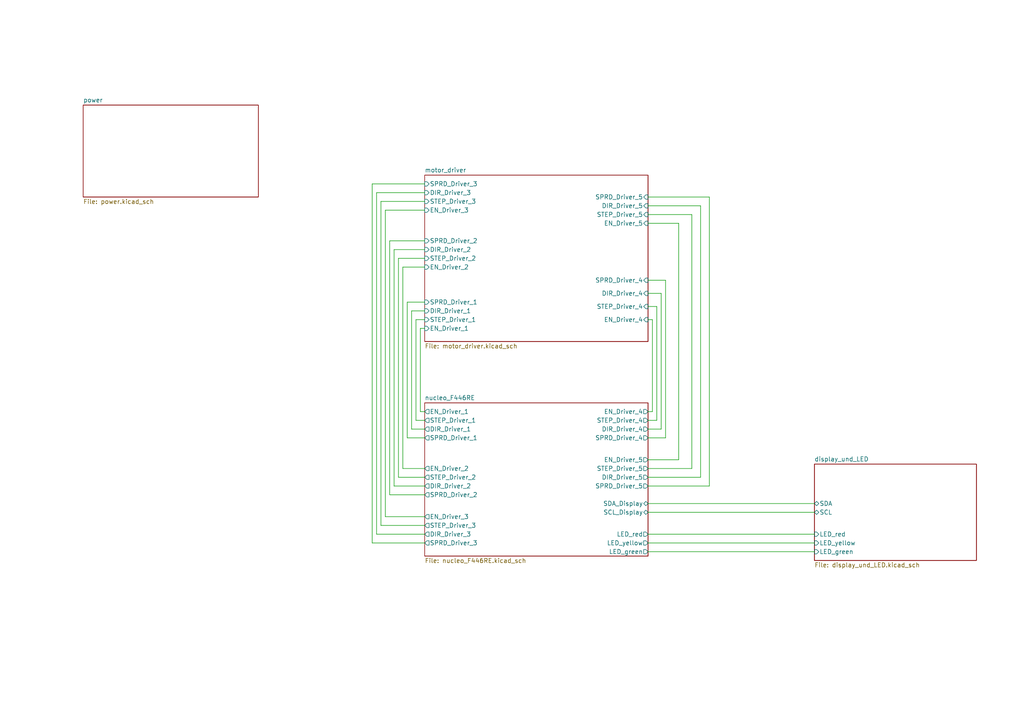
<source format=kicad_sch>
(kicad_sch
	(version 20231120)
	(generator "eeschema")
	(generator_version "8.0")
	(uuid "31618bf0-c6bb-4f16-b4ba-39e4a4d14852")
	(paper "A4")
	(lib_symbols)
	(wire
		(pts
			(xy 187.96 154.94) (xy 236.22 154.94)
		)
		(stroke
			(width 0)
			(type default)
		)
		(uuid "03e578db-391e-4526-ad86-4d890d63b479")
	)
	(wire
		(pts
			(xy 110.49 152.4) (xy 110.49 58.42)
		)
		(stroke
			(width 0)
			(type default)
		)
		(uuid "0b184f59-4f28-4a1e-b9cd-79fca35bb50e")
	)
	(wire
		(pts
			(xy 121.92 119.38) (xy 123.19 119.38)
		)
		(stroke
			(width 0)
			(type default)
		)
		(uuid "12e286ff-76a8-4db9-8b5b-d35f53d2d504")
	)
	(wire
		(pts
			(xy 187.96 64.77) (xy 196.85 64.77)
		)
		(stroke
			(width 0)
			(type default)
		)
		(uuid "1521c86f-246d-4782-8589-ad98061b98f9")
	)
	(wire
		(pts
			(xy 119.38 124.46) (xy 123.19 124.46)
		)
		(stroke
			(width 0)
			(type default)
		)
		(uuid "1cf07d91-c353-46f7-9886-1ba5a1876121")
	)
	(wire
		(pts
			(xy 190.5 121.92) (xy 190.5 88.9)
		)
		(stroke
			(width 0)
			(type default)
		)
		(uuid "1d616a80-99be-43d7-93e3-b08085a2feb1")
	)
	(wire
		(pts
			(xy 118.11 87.63) (xy 123.19 87.63)
		)
		(stroke
			(width 0)
			(type default)
		)
		(uuid "2aaf3304-9a49-4759-8d8a-fbd4e3f01032")
	)
	(wire
		(pts
			(xy 187.96 146.05) (xy 236.22 146.05)
		)
		(stroke
			(width 0)
			(type default)
		)
		(uuid "31d83e64-512b-4a8a-8b63-488238dc5232")
	)
	(wire
		(pts
			(xy 111.76 149.86) (xy 123.19 149.86)
		)
		(stroke
			(width 0)
			(type default)
		)
		(uuid "339d3aa9-e5b8-4e6b-ab6f-dfc8e73d0423")
	)
	(wire
		(pts
			(xy 107.95 53.34) (xy 123.19 53.34)
		)
		(stroke
			(width 0)
			(type default)
		)
		(uuid "346c2b29-0afa-4c3c-933d-82abb086a0af")
	)
	(wire
		(pts
			(xy 203.2 59.69) (xy 203.2 138.43)
		)
		(stroke
			(width 0)
			(type default)
		)
		(uuid "399fed9d-a2a8-49aa-b553-44f4546e6546")
	)
	(wire
		(pts
			(xy 120.65 92.71) (xy 120.65 121.92)
		)
		(stroke
			(width 0)
			(type default)
		)
		(uuid "3e08b6e4-39e3-423d-8a56-dd84d55d59aa")
	)
	(wire
		(pts
			(xy 187.96 140.97) (xy 205.74 140.97)
		)
		(stroke
			(width 0)
			(type default)
		)
		(uuid "4199f3b5-8295-4ff7-bdee-a2752765fe60")
	)
	(wire
		(pts
			(xy 123.19 95.25) (xy 121.92 95.25)
		)
		(stroke
			(width 0)
			(type default)
		)
		(uuid "463d077b-9d9c-4922-b6af-e1fccdd94ebc")
	)
	(wire
		(pts
			(xy 191.77 85.09) (xy 191.77 124.46)
		)
		(stroke
			(width 0)
			(type default)
		)
		(uuid "46456137-67b4-464a-be95-bc221633597c")
	)
	(wire
		(pts
			(xy 187.96 85.09) (xy 191.77 85.09)
		)
		(stroke
			(width 0)
			(type default)
		)
		(uuid "4648c917-46ba-4736-a64b-86d2898f1e59")
	)
	(wire
		(pts
			(xy 123.19 90.17) (xy 119.38 90.17)
		)
		(stroke
			(width 0)
			(type default)
		)
		(uuid "47f9982e-dd7c-4ba1-bb53-11983e94b3f0")
	)
	(wire
		(pts
			(xy 205.74 57.15) (xy 187.96 57.15)
		)
		(stroke
			(width 0)
			(type default)
		)
		(uuid "4919474d-cfd4-461b-ade5-66768f0f55f2")
	)
	(wire
		(pts
			(xy 109.22 154.94) (xy 109.22 55.88)
		)
		(stroke
			(width 0)
			(type default)
		)
		(uuid "5171268e-1b83-4899-804c-06af17425783")
	)
	(wire
		(pts
			(xy 187.96 62.23) (xy 200.66 62.23)
		)
		(stroke
			(width 0)
			(type default)
		)
		(uuid "51db6dd9-39d4-474f-b2c6-c0a5f476e540")
	)
	(wire
		(pts
			(xy 123.19 72.39) (xy 114.3 72.39)
		)
		(stroke
			(width 0)
			(type default)
		)
		(uuid "537cafa9-57a1-44e3-8554-ea6827f95725")
	)
	(wire
		(pts
			(xy 109.22 55.88) (xy 123.19 55.88)
		)
		(stroke
			(width 0)
			(type default)
		)
		(uuid "54628692-ed29-4021-9d3b-42bc12a053d5")
	)
	(wire
		(pts
			(xy 200.66 135.89) (xy 200.66 62.23)
		)
		(stroke
			(width 0)
			(type default)
		)
		(uuid "5607fa01-2f93-4848-957c-959bb5f25d08")
	)
	(wire
		(pts
			(xy 116.84 135.89) (xy 123.19 135.89)
		)
		(stroke
			(width 0)
			(type default)
		)
		(uuid "565588bb-40d8-4d82-847f-b8be2a4bad87")
	)
	(wire
		(pts
			(xy 187.96 148.59) (xy 236.22 148.59)
		)
		(stroke
			(width 0)
			(type default)
		)
		(uuid "57fb8d97-5c66-4416-8ef2-6d01ebfec58a")
	)
	(wire
		(pts
			(xy 118.11 127) (xy 118.11 87.63)
		)
		(stroke
			(width 0)
			(type default)
		)
		(uuid "5c816dcc-3a90-4388-9757-44305b62fab7")
	)
	(wire
		(pts
			(xy 114.3 140.97) (xy 123.19 140.97)
		)
		(stroke
			(width 0)
			(type default)
		)
		(uuid "667bb8f7-3a4a-479c-893f-a38c1c40fe43")
	)
	(wire
		(pts
			(xy 123.19 60.96) (xy 111.76 60.96)
		)
		(stroke
			(width 0)
			(type default)
		)
		(uuid "69e5e2c4-9879-4d71-a1e9-84f31a12398a")
	)
	(wire
		(pts
			(xy 193.04 81.28) (xy 187.96 81.28)
		)
		(stroke
			(width 0)
			(type default)
		)
		(uuid "6f579e36-d483-43f7-a5a6-dd2ea0363027")
	)
	(wire
		(pts
			(xy 110.49 58.42) (xy 123.19 58.42)
		)
		(stroke
			(width 0)
			(type default)
		)
		(uuid "70b739af-39e9-4b1d-922d-a660f0c2ef9f")
	)
	(wire
		(pts
			(xy 193.04 127) (xy 193.04 81.28)
		)
		(stroke
			(width 0)
			(type default)
		)
		(uuid "727e9c09-34bb-4be7-aaad-9c6542d712db")
	)
	(wire
		(pts
			(xy 123.19 157.48) (xy 107.95 157.48)
		)
		(stroke
			(width 0)
			(type default)
		)
		(uuid "7d931ba8-90ec-4b53-bf54-f00384063fe4")
	)
	(wire
		(pts
			(xy 187.96 92.71) (xy 189.23 92.71)
		)
		(stroke
			(width 0)
			(type default)
		)
		(uuid "829ce4bc-38cb-4ee2-b1c8-afe7442f6c19")
	)
	(wire
		(pts
			(xy 120.65 121.92) (xy 123.19 121.92)
		)
		(stroke
			(width 0)
			(type default)
		)
		(uuid "8918734e-09c8-49b2-aac5-f395c7d90c84")
	)
	(wire
		(pts
			(xy 107.95 157.48) (xy 107.95 53.34)
		)
		(stroke
			(width 0)
			(type default)
		)
		(uuid "8e84b4d3-00a0-4936-8240-41510d945c69")
	)
	(wire
		(pts
			(xy 116.84 77.47) (xy 116.84 135.89)
		)
		(stroke
			(width 0)
			(type default)
		)
		(uuid "94eb60b7-e09f-4a8b-88c5-99da6f218e50")
	)
	(wire
		(pts
			(xy 191.77 124.46) (xy 187.96 124.46)
		)
		(stroke
			(width 0)
			(type default)
		)
		(uuid "9d002632-42b6-40e3-aaa0-b6d1a652226a")
	)
	(wire
		(pts
			(xy 123.19 77.47) (xy 116.84 77.47)
		)
		(stroke
			(width 0)
			(type default)
		)
		(uuid "a13609cf-a965-4307-b654-e0ccb4efe9b0")
	)
	(wire
		(pts
			(xy 123.19 138.43) (xy 115.57 138.43)
		)
		(stroke
			(width 0)
			(type default)
		)
		(uuid "a504de53-2a64-4a8f-a0c6-02fc85d07c95")
	)
	(wire
		(pts
			(xy 196.85 64.77) (xy 196.85 133.35)
		)
		(stroke
			(width 0)
			(type default)
		)
		(uuid "b4886819-010e-411b-8150-10b67b559a0a")
	)
	(wire
		(pts
			(xy 190.5 88.9) (xy 187.96 88.9)
		)
		(stroke
			(width 0)
			(type default)
		)
		(uuid "b5b95df0-5623-4bb4-aec8-038381342fb5")
	)
	(wire
		(pts
			(xy 114.3 72.39) (xy 114.3 140.97)
		)
		(stroke
			(width 0)
			(type default)
		)
		(uuid "bf79ac19-04af-48d1-a28e-5a04f4b17d6f")
	)
	(wire
		(pts
			(xy 123.19 127) (xy 118.11 127)
		)
		(stroke
			(width 0)
			(type default)
		)
		(uuid "c64b2903-9db5-4e0d-b8f2-db57279ba5a0")
	)
	(wire
		(pts
			(xy 203.2 138.43) (xy 187.96 138.43)
		)
		(stroke
			(width 0)
			(type default)
		)
		(uuid "c884c9bd-c670-4537-b0a3-97f4b5d86480")
	)
	(wire
		(pts
			(xy 187.96 121.92) (xy 190.5 121.92)
		)
		(stroke
			(width 0)
			(type default)
		)
		(uuid "ca1edf87-1692-4e9f-aff1-f8352ade6472")
	)
	(wire
		(pts
			(xy 123.19 152.4) (xy 110.49 152.4)
		)
		(stroke
			(width 0)
			(type default)
		)
		(uuid "cea5e6be-a134-4dbb-b168-b78d0cd5d6c6")
	)
	(wire
		(pts
			(xy 187.96 59.69) (xy 203.2 59.69)
		)
		(stroke
			(width 0)
			(type default)
		)
		(uuid "cea8ea10-a8ac-4834-bf74-d2455b528e62")
	)
	(wire
		(pts
			(xy 113.03 69.85) (xy 123.19 69.85)
		)
		(stroke
			(width 0)
			(type default)
		)
		(uuid "cf73aeb0-9832-4d95-8151-99df8d81887d")
	)
	(wire
		(pts
			(xy 123.19 143.51) (xy 113.03 143.51)
		)
		(stroke
			(width 0)
			(type default)
		)
		(uuid "d08ffdb4-91a7-4b62-b598-2e7950ad1145")
	)
	(wire
		(pts
			(xy 115.57 138.43) (xy 115.57 74.93)
		)
		(stroke
			(width 0)
			(type default)
		)
		(uuid "d0cec7b6-0d12-424f-bbae-b720fd69c579")
	)
	(wire
		(pts
			(xy 187.96 157.48) (xy 236.22 157.48)
		)
		(stroke
			(width 0)
			(type default)
		)
		(uuid "d552bbca-6d7c-4e27-97f4-6eacc9c6345b")
	)
	(wire
		(pts
			(xy 187.96 127) (xy 193.04 127)
		)
		(stroke
			(width 0)
			(type default)
		)
		(uuid "d754c3e6-6c6d-4d57-9fae-5dfba6845d36")
	)
	(wire
		(pts
			(xy 196.85 133.35) (xy 187.96 133.35)
		)
		(stroke
			(width 0)
			(type default)
		)
		(uuid "d755d939-fc10-40df-9086-d4fd52302ed8")
	)
	(wire
		(pts
			(xy 187.96 135.89) (xy 200.66 135.89)
		)
		(stroke
			(width 0)
			(type default)
		)
		(uuid "df2bbc51-e9a3-4e11-b0c1-ca0466bf137c")
	)
	(wire
		(pts
			(xy 113.03 143.51) (xy 113.03 69.85)
		)
		(stroke
			(width 0)
			(type default)
		)
		(uuid "e5d61fea-43b7-4224-8139-5981fff1638f")
	)
	(wire
		(pts
			(xy 189.23 92.71) (xy 189.23 119.38)
		)
		(stroke
			(width 0)
			(type default)
		)
		(uuid "e60a9e9b-a7e1-4d33-9991-ebe662df8cc9")
	)
	(wire
		(pts
			(xy 187.96 160.02) (xy 236.22 160.02)
		)
		(stroke
			(width 0)
			(type default)
		)
		(uuid "e62a0510-f9b0-48dd-b9e5-eb1521daaa39")
	)
	(wire
		(pts
			(xy 205.74 140.97) (xy 205.74 57.15)
		)
		(stroke
			(width 0)
			(type default)
		)
		(uuid "eaa04829-44c9-4caa-9f4a-15033e0f6870")
	)
	(wire
		(pts
			(xy 123.19 154.94) (xy 109.22 154.94)
		)
		(stroke
			(width 0)
			(type default)
		)
		(uuid "f021e56a-ac00-4b1d-b541-b1e151d3dce2")
	)
	(wire
		(pts
			(xy 121.92 95.25) (xy 121.92 119.38)
		)
		(stroke
			(width 0)
			(type default)
		)
		(uuid "f1a443f4-0dcc-4df2-aeb7-cbe27af1d8fd")
	)
	(wire
		(pts
			(xy 123.19 92.71) (xy 120.65 92.71)
		)
		(stroke
			(width 0)
			(type default)
		)
		(uuid "f45e44ff-b508-4923-9867-ebc5c08f7388")
	)
	(wire
		(pts
			(xy 187.96 119.38) (xy 189.23 119.38)
		)
		(stroke
			(width 0)
			(type default)
		)
		(uuid "f4a0963c-0547-4c19-82e8-0e4327d1030d")
	)
	(wire
		(pts
			(xy 115.57 74.93) (xy 123.19 74.93)
		)
		(stroke
			(width 0)
			(type default)
		)
		(uuid "f6814eb9-aa0c-4dd2-9e77-df3861f65a52")
	)
	(wire
		(pts
			(xy 111.76 60.96) (xy 111.76 149.86)
		)
		(stroke
			(width 0)
			(type default)
		)
		(uuid "fba55e38-c262-485e-bcb2-a49f8b2d02d3")
	)
	(wire
		(pts
			(xy 119.38 90.17) (xy 119.38 124.46)
		)
		(stroke
			(width 0)
			(type default)
		)
		(uuid "fe233855-f84c-41c6-b02a-a2991b2e0adf")
	)
	(sheet
		(at 24.13 30.48)
		(size 50.8 26.67)
		(fields_autoplaced yes)
		(stroke
			(width 0.1524)
			(type solid)
		)
		(fill
			(color 0 0 0 0.0000)
		)
		(uuid "35b7d751-8d5c-41ed-816e-31cd5bd14537")
		(property "Sheetname" "power"
			(at 24.13 29.7684 0)
			(effects
				(font
					(size 1.27 1.27)
				)
				(justify left bottom)
			)
		)
		(property "Sheetfile" "power.kicad_sch"
			(at 24.13 57.7346 0)
			(effects
				(font
					(size 1.27 1.27)
				)
				(justify left top)
			)
		)
		(instances
			(project "PCB_Layout"
				(path "/31618bf0-c6bb-4f16-b4ba-39e4a4d14852"
					(page "3")
				)
			)
		)
	)
	(sheet
		(at 123.19 50.8)
		(size 64.77 48.26)
		(fields_autoplaced yes)
		(stroke
			(width 0.1524)
			(type solid)
		)
		(fill
			(color 0 0 0 0.0000)
		)
		(uuid "46de4494-07ef-4fa7-9b5c-2a5cd1e81cfc")
		(property "Sheetname" "motor_driver"
			(at 123.19 50.0884 0)
			(effects
				(font
					(size 1.27 1.27)
				)
				(justify left bottom)
			)
		)
		(property "Sheetfile" "motor_driver.kicad_sch"
			(at 123.19 99.6446 0)
			(effects
				(font
					(size 1.27 1.27)
				)
				(justify left top)
			)
		)
		(pin "DIR_Driver_5" input
			(at 187.96 59.69 0)
			(effects
				(font
					(size 1.27 1.27)
				)
				(justify right)
			)
			(uuid "792fec22-e533-4ea5-94f1-2d5b4fd5b359")
		)
		(pin "SPRD_Driver_5" input
			(at 187.96 57.15 0)
			(effects
				(font
					(size 1.27 1.27)
				)
				(justify right)
			)
			(uuid "65f27458-bc89-4f34-9b51-086130900e69")
		)
		(pin "EN_Driver_5" input
			(at 187.96 64.77 0)
			(effects
				(font
					(size 1.27 1.27)
				)
				(justify right)
			)
			(uuid "e2ff4815-e6e6-410c-9cff-bac26f2ad6a7")
		)
		(pin "STEP_Driver_5" input
			(at 187.96 62.23 0)
			(effects
				(font
					(size 1.27 1.27)
				)
				(justify right)
			)
			(uuid "335f1bc4-cad6-4885-a63d-53650e23283a")
		)
		(pin "STEP_Driver_1" input
			(at 123.19 92.71 180)
			(effects
				(font
					(size 1.27 1.27)
				)
				(justify left)
			)
			(uuid "38b0b557-2a3b-4039-a921-0e5469659368")
		)
		(pin "EN_Driver_1" input
			(at 123.19 95.25 180)
			(effects
				(font
					(size 1.27 1.27)
				)
				(justify left)
			)
			(uuid "6eeb2f37-d6f0-41dd-a9cd-c995388aa848")
		)
		(pin "DIR_Driver_1" input
			(at 123.19 90.17 180)
			(effects
				(font
					(size 1.27 1.27)
				)
				(justify left)
			)
			(uuid "73f34c32-79c0-449f-bc35-e89ef2f9da35")
		)
		(pin "DIR_Driver_3" input
			(at 123.19 55.88 180)
			(effects
				(font
					(size 1.27 1.27)
				)
				(justify left)
			)
			(uuid "54aa6c41-bb5a-4d6f-9874-525bc2e9f058")
		)
		(pin "STEP_Driver_3" input
			(at 123.19 58.42 180)
			(effects
				(font
					(size 1.27 1.27)
				)
				(justify left)
			)
			(uuid "82459691-e655-4273-acdd-9a3888435977")
		)
		(pin "EN_Driver_3" input
			(at 123.19 60.96 180)
			(effects
				(font
					(size 1.27 1.27)
				)
				(justify left)
			)
			(uuid "9ec7af9d-82e0-42ad-bcbd-072ef1f21051")
		)
		(pin "SPRD_Driver_3" input
			(at 123.19 53.34 180)
			(effects
				(font
					(size 1.27 1.27)
				)
				(justify left)
			)
			(uuid "c851905f-608b-4ea1-af2a-050692b80b5e")
		)
		(pin "SPRD_Driver_1" input
			(at 123.19 87.63 180)
			(effects
				(font
					(size 1.27 1.27)
				)
				(justify left)
			)
			(uuid "7b3b5f6b-a920-4470-bfb3-f6b58d12010c")
		)
		(pin "SPRD_Driver_4" input
			(at 187.96 81.28 0)
			(effects
				(font
					(size 1.27 1.27)
				)
				(justify right)
			)
			(uuid "7144f461-b1b4-4bce-a25e-b2826b8ef36e")
		)
		(pin "EN_Driver_4" input
			(at 187.96 92.71 0)
			(effects
				(font
					(size 1.27 1.27)
				)
				(justify right)
			)
			(uuid "590ee874-482e-4365-8fa4-14935c91a690")
		)
		(pin "STEP_Driver_4" input
			(at 187.96 88.9 0)
			(effects
				(font
					(size 1.27 1.27)
				)
				(justify right)
			)
			(uuid "67056425-561b-4455-bd7e-ba55215d4bd0")
		)
		(pin "DIR_Driver_4" input
			(at 187.96 85.09 0)
			(effects
				(font
					(size 1.27 1.27)
				)
				(justify right)
			)
			(uuid "47a07b72-fd13-4b61-8f57-379abd44bac6")
		)
		(pin "EN_Driver_2" input
			(at 123.19 77.47 180)
			(effects
				(font
					(size 1.27 1.27)
				)
				(justify left)
			)
			(uuid "a03913b9-f0a6-4038-80c1-2de18af2a25f")
		)
		(pin "DIR_Driver_2" input
			(at 123.19 72.39 180)
			(effects
				(font
					(size 1.27 1.27)
				)
				(justify left)
			)
			(uuid "6bde7788-b43d-4768-927d-aa81e5a918a4")
		)
		(pin "STEP_Driver_2" input
			(at 123.19 74.93 180)
			(effects
				(font
					(size 1.27 1.27)
				)
				(justify left)
			)
			(uuid "7846b3cf-877a-4c85-8001-d4e1ec8c3bbf")
		)
		(pin "SPRD_Driver_2" input
			(at 123.19 69.85 180)
			(effects
				(font
					(size 1.27 1.27)
				)
				(justify left)
			)
			(uuid "e9ae6750-2df7-4c98-9629-3f3f162d9b06")
		)
		(instances
			(project "PCB_Layout"
				(path "/31618bf0-c6bb-4f16-b4ba-39e4a4d14852"
					(page "4")
				)
			)
		)
	)
	(sheet
		(at 236.22 134.62)
		(size 46.99 27.94)
		(fields_autoplaced yes)
		(stroke
			(width 0.1524)
			(type solid)
		)
		(fill
			(color 0 0 0 0.0000)
		)
		(uuid "c0d659da-b496-49df-90ed-b8cbe1a11ee4")
		(property "Sheetname" "display_und_LED"
			(at 236.22 133.9084 0)
			(effects
				(font
					(size 1.27 1.27)
				)
				(justify left bottom)
			)
		)
		(property "Sheetfile" "display_und_LED.kicad_sch"
			(at 236.22 163.1446 0)
			(effects
				(font
					(size 1.27 1.27)
				)
				(justify left top)
			)
		)
		(pin "SCL" bidirectional
			(at 236.22 148.59 180)
			(effects
				(font
					(size 1.27 1.27)
				)
				(justify left)
			)
			(uuid "7be576bf-a970-4b72-af82-4cf1d4c3bf6c")
		)
		(pin "SDA" bidirectional
			(at 236.22 146.05 180)
			(effects
				(font
					(size 1.27 1.27)
				)
				(justify left)
			)
			(uuid "864eeecf-28bb-4182-bd4b-a6d36dfd4552")
		)
		(pin "LED_green" input
			(at 236.22 160.02 180)
			(effects
				(font
					(size 1.27 1.27)
				)
				(justify left)
			)
			(uuid "25f3168b-a914-4878-97ce-1d69e31ff161")
		)
		(pin "LED_yellow" input
			(at 236.22 157.48 180)
			(effects
				(font
					(size 1.27 1.27)
				)
				(justify left)
			)
			(uuid "a1af2175-57c3-4606-9048-92bd616a3e61")
		)
		(pin "LED_red" input
			(at 236.22 154.94 180)
			(effects
				(font
					(size 1.27 1.27)
				)
				(justify left)
			)
			(uuid "b77bb3cb-5258-45f9-8f95-c8462ad3add5")
		)
		(instances
			(project "PCB_Layout"
				(path "/31618bf0-c6bb-4f16-b4ba-39e4a4d14852"
					(page "5")
				)
			)
		)
	)
	(sheet
		(at 123.19 116.84)
		(size 64.77 44.45)
		(fields_autoplaced yes)
		(stroke
			(width 0.1524)
			(type solid)
		)
		(fill
			(color 0 0 0 0.0000)
		)
		(uuid "d06fbf1a-edee-4192-a4ce-74694413bf0c")
		(property "Sheetname" "nucleo_F446RE"
			(at 123.19 116.1284 0)
			(effects
				(font
					(size 1.27 1.27)
				)
				(justify left bottom)
			)
		)
		(property "Sheetfile" "nucleo_F446RE.kicad_sch"
			(at 123.19 161.8746 0)
			(effects
				(font
					(size 1.27 1.27)
				)
				(justify left top)
			)
		)
		(pin "EN_Driver_1" output
			(at 123.19 119.38 180)
			(effects
				(font
					(size 1.27 1.27)
				)
				(justify left)
			)
			(uuid "a4bcc5dd-be28-4586-ad63-48d5b594b2ea")
		)
		(pin "STEP_Driver_1" output
			(at 123.19 121.92 180)
			(effects
				(font
					(size 1.27 1.27)
				)
				(justify left)
			)
			(uuid "7ceda3da-c46c-455d-a115-521d5b8acc08")
		)
		(pin "DIR_Driver_1" output
			(at 123.19 124.46 180)
			(effects
				(font
					(size 1.27 1.27)
				)
				(justify left)
			)
			(uuid "3ec116a2-f1af-407d-a449-ed6698459825")
		)
		(pin "SPRD_Driver_1" output
			(at 123.19 127 180)
			(effects
				(font
					(size 1.27 1.27)
				)
				(justify left)
			)
			(uuid "9cd11000-54ef-4641-85d0-0f79568772ce")
		)
		(pin "SPRD_Driver_4" output
			(at 187.96 127 0)
			(effects
				(font
					(size 1.27 1.27)
				)
				(justify right)
			)
			(uuid "aed16f21-44d8-4ca2-ace2-2c023b190512")
		)
		(pin "DIR_Driver_4" output
			(at 187.96 124.46 0)
			(effects
				(font
					(size 1.27 1.27)
				)
				(justify right)
			)
			(uuid "933e7ee7-08c7-43db-8b0a-a39ab337badb")
		)
		(pin "EN_Driver_4" output
			(at 187.96 119.38 0)
			(effects
				(font
					(size 1.27 1.27)
				)
				(justify right)
			)
			(uuid "da7890ca-76ad-484d-93df-0f6c39237b13")
		)
		(pin "STEP_Driver_4" output
			(at 187.96 121.92 0)
			(effects
				(font
					(size 1.27 1.27)
				)
				(justify right)
			)
			(uuid "d8941323-e841-495c-870d-614fa23a419b")
		)
		(pin "SCL_Display" bidirectional
			(at 187.96 148.59 0)
			(effects
				(font
					(size 1.27 1.27)
				)
				(justify right)
			)
			(uuid "cf7fdeb6-295e-459e-bf77-7ef46f8bc371")
		)
		(pin "EN_Driver_3" output
			(at 123.19 149.86 180)
			(effects
				(font
					(size 1.27 1.27)
				)
				(justify left)
			)
			(uuid "40e1d075-c409-46e6-8c78-12d51cd13423")
		)
		(pin "STEP_Driver_3" output
			(at 123.19 152.4 180)
			(effects
				(font
					(size 1.27 1.27)
				)
				(justify left)
			)
			(uuid "85dc8abc-b045-4da3-937a-a68bef353ed1")
		)
		(pin "SPRD_Driver_3" output
			(at 123.19 157.48 180)
			(effects
				(font
					(size 1.27 1.27)
				)
				(justify left)
			)
			(uuid "b2cf7529-ba65-4482-8f4b-a225ee2bf056")
		)
		(pin "DIR_Driver_3" output
			(at 123.19 154.94 180)
			(effects
				(font
					(size 1.27 1.27)
				)
				(justify left)
			)
			(uuid "8ab8f189-ca73-413e-be02-285d6b8b6528")
		)
		(pin "SPRD_Driver_5" output
			(at 187.96 140.97 0)
			(effects
				(font
					(size 1.27 1.27)
				)
				(justify right)
			)
			(uuid "95deaa93-e9d8-4fee-b25d-7a808bdf079f")
		)
		(pin "LED_red" output
			(at 187.96 154.94 0)
			(effects
				(font
					(size 1.27 1.27)
				)
				(justify right)
			)
			(uuid "b1f43ae1-be2e-4a19-9ab4-28798a44a0dd")
		)
		(pin "SDA_Display" bidirectional
			(at 187.96 146.05 0)
			(effects
				(font
					(size 1.27 1.27)
				)
				(justify right)
			)
			(uuid "ba09ca74-defb-4659-bb1d-8ff1799cbc06")
		)
		(pin "LED_yellow" output
			(at 187.96 157.48 0)
			(effects
				(font
					(size 1.27 1.27)
				)
				(justify right)
			)
			(uuid "8fc3b128-efe8-481d-b20a-ae357c8fb9bb")
		)
		(pin "LED_green" output
			(at 187.96 160.02 0)
			(effects
				(font
					(size 1.27 1.27)
				)
				(justify right)
			)
			(uuid "be4c356c-e1e3-4f58-a3e0-9b0204c6b144")
		)
		(pin "EN_Driver_5" output
			(at 187.96 133.35 0)
			(effects
				(font
					(size 1.27 1.27)
				)
				(justify right)
			)
			(uuid "7efdf8f7-d235-407b-b7f8-add7af9529a4")
		)
		(pin "STEP_Driver_5" output
			(at 187.96 135.89 0)
			(effects
				(font
					(size 1.27 1.27)
				)
				(justify right)
			)
			(uuid "773649ed-f63b-4ece-80d9-79b16b908065")
		)
		(pin "DIR_Driver_5" output
			(at 187.96 138.43 0)
			(effects
				(font
					(size 1.27 1.27)
				)
				(justify right)
			)
			(uuid "845ba871-225b-4c71-b18d-59967543955b")
		)
		(pin "DIR_Driver_2" output
			(at 123.19 140.97 180)
			(effects
				(font
					(size 1.27 1.27)
				)
				(justify left)
			)
			(uuid "368ebbaa-f4f5-44b2-9448-2abb59b220d1")
		)
		(pin "EN_Driver_2" output
			(at 123.19 135.89 180)
			(effects
				(font
					(size 1.27 1.27)
				)
				(justify left)
			)
			(uuid "c7ab81d3-4494-472a-8a12-cbbf65dbe6a8")
		)
		(pin "STEP_Driver_2" output
			(at 123.19 138.43 180)
			(effects
				(font
					(size 1.27 1.27)
				)
				(justify left)
			)
			(uuid "b23c1b75-6424-40fc-89d6-658d48295f34")
		)
		(pin "SPRD_Driver_2" output
			(at 123.19 143.51 180)
			(effects
				(font
					(size 1.27 1.27)
				)
				(justify left)
			)
			(uuid "eed462a6-42c3-49dd-b3c5-7772674e59e2")
		)
		(instances
			(project "PCB_Layout"
				(path "/31618bf0-c6bb-4f16-b4ba-39e4a4d14852"
					(page "2")
				)
			)
		)
	)
	(sheet_instances
		(path "/"
			(page "1")
		)
	)
)

</source>
